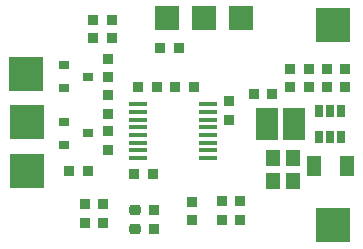
<source format=gbr>
%TF.GenerationSoftware,KiCad,Pcbnew,(6.99.0-2635-gfc1afa6298)*%
%TF.CreationDate,2022-08-15T15:51:57-07:00*%
%TF.ProjectId,seatalk_wifi,73656174-616c-46b5-9f77-6966692e6b69,rev?*%
%TF.SameCoordinates,Original*%
%TF.FileFunction,Soldermask,Top*%
%TF.FilePolarity,Negative*%
%FSLAX46Y46*%
G04 Gerber Fmt 4.6, Leading zero omitted, Abs format (unit mm)*
G04 Created by KiCad (PCBNEW (6.99.0-2635-gfc1afa6298)) date 2022-08-15 15:51:57*
%MOMM*%
%LPD*%
G01*
G04 APERTURE LIST*
G04 Aperture macros list*
%AMRoundRect*
0 Rectangle with rounded corners*
0 $1 Rounding radius*
0 $2 $3 $4 $5 $6 $7 $8 $9 X,Y pos of 4 corners*
0 Add a 4 corners polygon primitive as box body*
4,1,4,$2,$3,$4,$5,$6,$7,$8,$9,$2,$3,0*
0 Add four circle primitives for the rounded corners*
1,1,$1+$1,$2,$3*
1,1,$1+$1,$4,$5*
1,1,$1+$1,$6,$7*
1,1,$1+$1,$8,$9*
0 Add four rect primitives between the rounded corners*
20,1,$1+$1,$2,$3,$4,$5,0*
20,1,$1+$1,$4,$5,$6,$7,0*
20,1,$1+$1,$6,$7,$8,$9,0*
20,1,$1+$1,$8,$9,$2,$3,0*%
G04 Aperture macros list end*
%ADD10R,0.875000X0.950000*%
%ADD11RoundRect,0.218750X0.256250X-0.218750X0.256250X0.218750X-0.256250X0.218750X-0.256250X-0.218750X0*%
%ADD12R,0.950000X0.875000*%
%ADD13R,1.850000X2.800000*%
%ADD14R,3.000000X3.000000*%
%ADD15R,0.900000X0.800000*%
%ADD16R,1.500000X0.450000*%
%ADD17R,1.150000X1.400000*%
%ADD18R,1.250000X1.750000*%
%ADD19R,0.650000X1.060000*%
%ADD20R,2.000000X2.000000*%
G04 APERTURE END LIST*
D10*
%TO.C,R4*%
X151012499Y-95249999D03*
X152587499Y-95249999D03*
%TD*%
D11*
%TO.C,D1*%
X134800000Y-108787500D03*
X134800000Y-107212500D03*
%TD*%
D10*
%TO.C,R10*%
X152587499Y-96809999D03*
X151012499Y-96809999D03*
%TD*%
D12*
%TO.C,C7*%
X149499999Y-96827499D03*
X149499999Y-95252499D03*
%TD*%
D13*
%TO.C,L1*%
X145952199Y-99913299D03*
X148252199Y-99913299D03*
%TD*%
D12*
%TO.C,C9*%
X132486399Y-100532999D03*
X132486399Y-102107999D03*
%TD*%
D14*
%TO.C,MK5*%
X125628399Y-99771199D03*
%TD*%
D15*
%TO.C,Q1*%
X128768599Y-94960399D03*
X128768599Y-96860399D03*
X130768599Y-95910399D03*
%TD*%
D12*
%TO.C,R2*%
X136399999Y-107212499D03*
X136399999Y-108787499D03*
%TD*%
D14*
%TO.C,MK8*%
X125577599Y-95656399D03*
%TD*%
D12*
%TO.C,C1*%
X143699999Y-108037499D03*
X143699999Y-106462499D03*
%TD*%
D16*
%TO.C,U3*%
X135022799Y-98258199D03*
X135022799Y-98908199D03*
X135022799Y-99558199D03*
X135022799Y-100208199D03*
X135022799Y-100858199D03*
X135022799Y-101508199D03*
X135022799Y-102158199D03*
X135022799Y-102808199D03*
X140922799Y-102808199D03*
X140922799Y-102158199D03*
X140922799Y-101508199D03*
X140922799Y-100858199D03*
X140922799Y-100208199D03*
X140922799Y-99558199D03*
X140922799Y-98908199D03*
X140922799Y-98258199D03*
%TD*%
D17*
%TO.C,C5*%
X146419999Y-104749999D03*
X148119999Y-104749999D03*
%TD*%
D12*
%TO.C,R11*%
X139599999Y-108087499D03*
X139599999Y-106512499D03*
%TD*%
D10*
%TO.C,R8*%
X139776299Y-96773999D03*
X138201299Y-96773999D03*
%TD*%
D18*
%TO.C,C6*%
X152723199Y-103513999D03*
X149923199Y-103513999D03*
%TD*%
D10*
%TO.C,C13*%
X146387499Y-97409999D03*
X144812499Y-97409999D03*
%TD*%
D12*
%TO.C,R12*%
X132499999Y-95987499D03*
X132499999Y-94412499D03*
%TD*%
D10*
%TO.C,R6*%
X132816699Y-92659199D03*
X131241699Y-92659199D03*
%TD*%
D12*
%TO.C,C8*%
X132486399Y-97485099D03*
X132486399Y-99060099D03*
%TD*%
D10*
%TO.C,C12*%
X136601299Y-96773999D03*
X135026299Y-96773999D03*
%TD*%
%TO.C,C11*%
X136296499Y-104139999D03*
X134721499Y-104139999D03*
%TD*%
D19*
%TO.C,U1*%
X150339999Y-101009999D03*
X151289999Y-101009999D03*
X152239999Y-101009999D03*
X152239999Y-98809999D03*
X151289999Y-98809999D03*
X150339999Y-98809999D03*
%TD*%
D15*
%TO.C,Q2*%
X128768599Y-99769999D03*
X128768599Y-101669999D03*
X130768599Y-100719999D03*
%TD*%
D20*
%TO.C,MK4*%
X140591999Y-90931999D03*
%TD*%
D12*
%TO.C,C2*%
X130505199Y-106705299D03*
X130505199Y-108280299D03*
%TD*%
%TO.C,C4*%
X132079999Y-106705299D03*
X132079999Y-108280299D03*
%TD*%
%TO.C,R3*%
X147899999Y-96827499D03*
X147899999Y-95252499D03*
%TD*%
D10*
%TO.C,R7*%
X132816699Y-91135199D03*
X131241699Y-91135199D03*
%TD*%
D12*
%TO.C,C10*%
X142747999Y-97993099D03*
X142747999Y-99568099D03*
%TD*%
D14*
%TO.C,MK1*%
X151519999Y-108509999D03*
%TD*%
%TO.C,MK2*%
X151499999Y-91539999D03*
%TD*%
%TO.C,MK7*%
X125628399Y-103936799D03*
%TD*%
D20*
%TO.C,MK3*%
X143741999Y-90931999D03*
%TD*%
D12*
%TO.C,R1*%
X142149999Y-106462499D03*
X142149999Y-108037499D03*
%TD*%
D10*
%TO.C,R9*%
X130757499Y-103939999D03*
X129182499Y-103939999D03*
%TD*%
D20*
%TO.C,MK6*%
X137464799Y-90931999D03*
%TD*%
D17*
%TO.C,C3*%
X146419999Y-102779999D03*
X148119999Y-102779999D03*
%TD*%
D10*
%TO.C,R5*%
X138480899Y-93471999D03*
X136905899Y-93471999D03*
%TD*%
M02*

</source>
